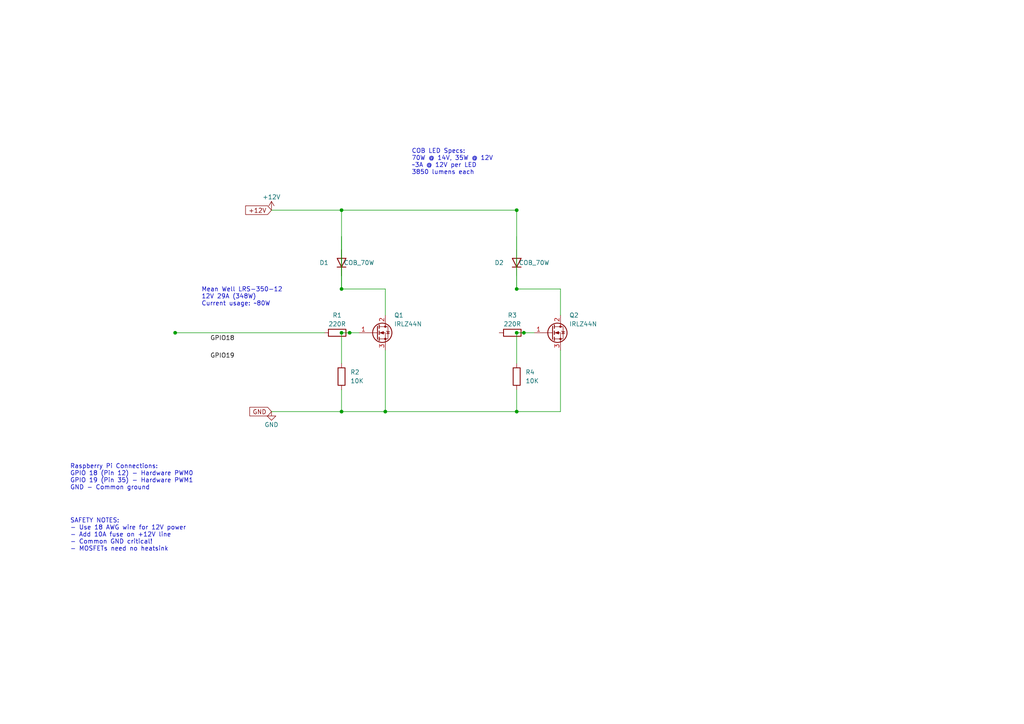
<source format=kicad_sch>
(kicad_sch (version 20231120) (generator "eeschema") (generator_version "8.0")
  (paper "A4")
  (title_block (title "Heartbeat Audio-Reactive LED Controller") (date "2025-10-22") (rev "1.0") (company "") (comment 1 "Raspberry Pi controlled COB LED driver") (comment 2 "2x 70W COB LEDs with PWM control"))
  (lib_symbols
    (symbol "Device:LED" (pin_numbers hide) (pin_names (offset 1.016) hide)
      (property "Reference" "D" (at 0 2.54 0))
      (property "Value" "LED" (at 0 -2.54 0))
      (symbol "LED_0_1"
        (polyline (pts (xy -1.27 -1.27) (xy -1.27 1.27)) (stroke (width 0.254)))
        (polyline (pts (xy -1.27 0) (xy 1.27 0)))
        (polyline (pts (xy 1.27 -1.27) (xy 1.27 1.27) (xy -1.27 0) (xy 1.27 -1.27)) (stroke (width 0.254)))
      )
      (symbol "LED_1_1"
        (pin passive line (at -3.81 0 0) (length 2.54) (name "K") (number "1"))
        (pin passive line (at 3.81 0 180) (length 2.54) (name "A") (number "2"))
      )
    )
    (symbol "Device:R" (pin_numbers hide) (pin_names (offset 0))
      (property "Reference" "R" (at 2.032 0 90))
      (property "Value" "R" (at 0 0 90))
      (symbol "R_0_1"
        (rectangle (start -1.016 -2.54) (end 1.016 2.54) (stroke (width 0.254)))
      )
      (symbol "R_1_1"
        (pin passive line (at 0 3.81 270) (length 1.27) (name "~") (number "1"))
        (pin passive line (at 0 -3.81 90) (length 1.27) (name "~") (number "2"))
      )
    )
    (symbol "Transistor_FET:IRLZ44N" (pin_names hide)
      (property "Reference" "Q" (at 5.08 1.905 0))
      (property "Value" "IRLZ44N" (at 5.08 0 0))
      (symbol "IRLZ44N_0_1"
        (polyline (pts (xy 0.254 0) (xy -2.54 0)))
        (polyline (pts (xy 0.254 1.905) (xy 0.254 -1.905)) (stroke (width 0.254)))
        (polyline (pts (xy 0.762 -1.27) (xy 0.762 -2.286)) (stroke (width 0.254)))
        (polyline (pts (xy 0.762 0.508) (xy 0.762 -0.508)) (stroke (width 0.254)))
        (polyline (pts (xy 0.762 2.286) (xy 0.762 1.27)) (stroke (width 0.254)))
        (polyline (pts (xy 2.54 2.54) (xy 2.54 1.778)))
        (polyline (pts (xy 2.54 -2.54) (xy 2.54 0) (xy 0.762 0)))
        (polyline (pts (xy 0.762 -1.778) (xy 3.302 -1.778) (xy 3.302 1.778) (xy 0.762 1.778)))
        (polyline (pts (xy 1.016 0) (xy 2.032 0.381) (xy 2.032 -0.381) (xy 1.016 0)) (fill (type outline)))
        (polyline (pts (xy 2.794 0.508) (xy 2.921 0.381) (xy 3.683 0.381) (xy 3.81 0.254)))
        (polyline (pts (xy 3.302 0.381) (xy 2.921 -0.254) (xy 3.683 -0.254) (xy 3.302 0.381)))
        (circle (center 1.651 0) (radius 2.794) (stroke (width 0.254)))
        (circle (center 2.54 -1.778) (radius 0.254) (fill (type outline)))
        (circle (center 2.54 1.778) (radius 0.254) (fill (type outline)))
      )
      (symbol "IRLZ44N_1_1"
        (pin input line (at -5.08 0 0) (length 2.54) (name "G") (number "1"))
        (pin passive line (at 2.54 5.08 270) (length 2.54) (name "D") (number "2"))
        (pin passive line (at 2.54 -5.08 90) (length 2.54) (name "S") (number "3"))
      )
    )
    (symbol "power:+12V" (power) (pin_names (offset 0))
      (property "Value" "+12V" (at 0 3.556 0))
      (symbol "+12V_0_1"
        (polyline (pts (xy -0.762 1.27) (xy 0 2.54)))
        (polyline (pts (xy 0 0) (xy 0 2.54)))
        (polyline (pts (xy 0 2.54) (xy 0.762 1.27)))
      )
      (symbol "+12V_1_1"
        (pin power_in line (at 0 0 90) (length 0) hide (name "+12V") (number "1"))
      )
    )
    (symbol "power:GND" (power) (pin_names (offset 0))
      (property "Value" "GND" (at 0 -3.81 0))
      (symbol "GND_0_1"
        (polyline (pts (xy 0 0) (xy 0 -1.27) (xy 1.27 -1.27) (xy 0 -2.54) (xy -1.27 -1.27) (xy 0 -1.27)))
      )
      (symbol "GND_1_1"
        (pin power_in line (at 0 0 270) (length 0) hide (name "GND") (number "1"))
      )
    )
  )
  (junction (at 99.06 60.96))
  (junction (at 149.86 60.96))
  (junction (at 99.06 83.82))
  (junction (at 149.86 83.82))
  (junction (at 99.06 96.52))
  (junction (at 149.86 96.52))
  (junction (at 99.06 119.38))
  (junction (at 50.8 96.52))
  (junction (at 111.76 119.38))
  (junction (at 149.86 119.38))
  (junction (at 101.41 96.52))
  (junction (at 151.94 96.52))
  (wire (pts (xy 78.74 60.96) (xy 99.06 60.96)))
  (wire (pts (xy 99.06 60.96) (xy 149.86 60.96)))
  (wire (pts (xy 99.06 60.96) (xy 99.06 83.82)))
  (wire (pts (xy 149.86 60.96) (xy 149.86 83.82)))
  (wire (pts (xy 99.06 68.58) (xy 99.06 83.82)))
  (wire (pts (xy 149.86 68.58) (xy 149.86 83.82)))
  (wire (pts (xy 99.06 83.82) (xy 111.76 83.82)))
  (wire (pts (xy 149.86 83.82) (xy 162.56 83.82)))
  (wire (pts (xy 111.76 83.82) (xy 111.76 91.44)))
  (wire (pts (xy 162.56 83.82) (xy 162.56 91.44)))
  (wire (pts (xy 111.76 101.6) (xy 111.76 119.38)))
  (wire (pts (xy 162.56 101.6) (xy 162.56 119.38)))
  (wire (pts (xy 78.74 119.38) (xy 99.06 119.38)))
  (wire (pts (xy 99.06 119.38) (xy 111.76 119.38)))
  (wire (pts (xy 111.76 119.38) (xy 149.86 119.38)))
  (wire (pts (xy 149.86 119.38) (xy 162.56 119.38)))
  (wire (pts (xy 50.8 96.52) (xy 94.17 96.52)))
  (wire (pts (xy 101.41 96.52) (xy 104.14 96.52)))
  (wire (pts (xy 99.06 96.52) (xy 99.06 105.41)))
  (wire (pts (xy 101.41 96.52) (xy 99.06 96.52)))
  (wire (pts (xy 99.06 113.03) (xy 99.06 119.38)))
  (wire (pts (xy 151.94 96.52) (xy 154.94 96.52)))
  (wire (pts (xy 149.86 96.52) (xy 149.86 105.41)))
  (wire (pts (xy 151.94 96.52) (xy 149.86 96.52)))
  (wire (pts (xy 149.86 113.03) (xy 149.86 119.38)))
  (text "Raspberry Pi Connections:\nGPIO 18 (Pin 12) - Hardware PWM0\nGPIO 19 (Pin 35) - Hardware PWM1\nGND - Common ground" (at 20.32 142.24 0) (effects (font (size 1.27 1.27)) (justify left bottom)))
  (text "Mean Well LRS-350-12\n12V 29A (348W)\nCurrent usage: ~80W" (at 58.42 88.9 0) (effects (font (size 1.27 1.27)) (justify left bottom)))
  (text "COB LED Specs:\n70W @ 14V, 35W @ 12V\n~3A @ 12V per LED\n3850 lumens each" (at 119.38 50.8 0) (effects (font (size 1.27 1.27)) (justify left bottom)))
  (text "SAFETY NOTES:\n- Use 18 AWG wire for 12V power\n- Add 10A fuse on +12V line\n- Common GND critical!\n- MOSFETs need no heatsink" (at 20.32 160.02 0) (effects (font (size 1.27 1.27)) (justify left bottom)))
  (label "GPIO18" (at 60.96 99.06 0))
  (label "GPIO19" (at 60.96 104.14 0))
  (global_label "+12V" (shape input) (at 78.74 60.96 180))
  (global_label "GND" (shape input) (at 78.74 119.38 180))
  (symbol (lib_id "power:+12V") (at 78.74 60.96 0) (unit 1)
    (property "Reference" "#PWR01" (effects hide))
    (property "Value" "+12V" (at 78.74 57.15 0))
  )
  (symbol (lib_id "power:GND") (at 78.74 119.38 0) (unit 1)
    (property "Reference" "#PWR02" (effects hide))
    (property "Value" "GND" (at 78.74 123.19 0))
  )
  (symbol (lib_id "Device:LED") (at 99.06 76.2 90) (unit 1)
    (property "Reference" "D1" (at 93.98 76.2 90))
    (property "Value" "COB_70W" (at 104.14 76.2 90))
  )
  (symbol (lib_id "Transistor_FET:IRLZ44N") (at 109.22 96.52 0) (unit 1)
    (property "Reference" "Q1" (at 114.3 91.44 0) (effects (justify left)))
    (property "Value" "IRLZ44N" (at 114.3 93.98 0) (effects (justify left)))
  )
  (symbol (lib_id "Device:R") (at 97.79 96.52 90) (unit 1)
    (property "Reference" "R1" (at 97.79 91.44 90))
    (property "Value" "220R" (at 97.79 93.98 90))
  )
  (symbol (lib_id "Device:R") (at 99.06 109.22 0) (unit 1)
    (property "Reference" "R2" (at 101.6 107.95 0) (effects (justify left)))
    (property "Value" "10K" (at 101.6 110.49 0) (effects (justify left)))
  )
  (symbol (lib_id "Device:LED") (at 149.86 76.2 90) (unit 1)
    (property "Reference" "D2" (at 144.78 76.2 90))
    (property "Value" "COB_70W" (at 154.94 76.2 90))
  )
  (symbol (lib_id "Transistor_FET:IRLZ44N") (at 160.02 96.52 0) (unit 1)
    (property "Reference" "Q2" (at 165.1 91.44 0) (effects (justify left)))
    (property "Value" "IRLZ44N" (at 165.1 93.98 0) (effects (justify left)))
  )
  (symbol (lib_id "Device:R") (at 148.59 96.52 90) (unit 1)
    (property "Reference" "R3" (at 148.59 91.44 90))
    (property "Value" "220R" (at 148.59 93.98 90))
  )
  (symbol (lib_id "Device:R") (at 149.86 109.22 0) (unit 1)
    (property "Reference" "R4" (at 152.4 107.95 0) (effects (justify left)))
    (property "Value" "10K" (at 152.4 110.49 0) (effects (justify left)))
  )
)
</source>
